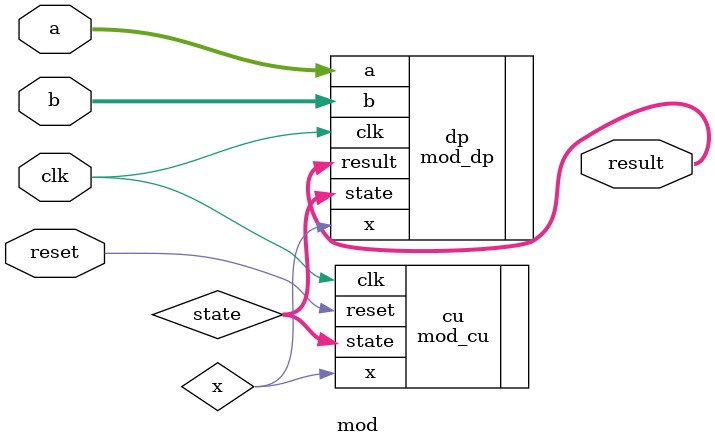
<source format=v>
module mod(
	input clk,
	input reset,
	input [31:0] a,
	input [31:0] b,
	output [31:0]result);
	
	 wire [1:0] state;
    wire x;

	// Instantiate the control unit
    mod_cu cu(
        .clk(clk),
        .reset(reset),
        .x(x),
        .state(state)
    );

    // Instantiate the datapath
    mod_dp dp(
        .clk(clk),
        .a(a),
        .b(b),
        .state(state),
        .x(x),
        .result(result)
    );
	

	
endmodule
	
</source>
